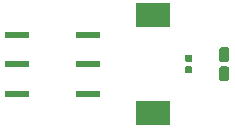
<source format=gtp>
G04 #@! TF.GenerationSoftware,KiCad,Pcbnew,5.1.5-52549c5~84~ubuntu18.04.1*
G04 #@! TF.CreationDate,2020-03-10T15:08:55+05:30*
G04 #@! TF.ProjectId,scale_ltc6915,7363616c-655f-46c7-9463-363931352e6b,rev?*
G04 #@! TF.SameCoordinates,Original*
G04 #@! TF.FileFunction,Paste,Top*
G04 #@! TF.FilePolarity,Positive*
%FSLAX46Y46*%
G04 Gerber Fmt 4.6, Leading zero omitted, Abs format (unit mm)*
G04 Created by KiCad (PCBNEW 5.1.5-52549c5~84~ubuntu18.04.1) date 2020-03-10 15:08:55*
%MOMM*%
%LPD*%
G04 APERTURE LIST*
%ADD10C,0.100000*%
%ADD11R,3.000000X2.000000*%
%ADD12R,2.000000X0.500000*%
G04 APERTURE END LIST*
D10*
G36*
X65186958Y-29220710D02*
G01*
X65201276Y-29222834D01*
X65215317Y-29226351D01*
X65228946Y-29231228D01*
X65242031Y-29237417D01*
X65254447Y-29244858D01*
X65266073Y-29253481D01*
X65276798Y-29263202D01*
X65286519Y-29273927D01*
X65295142Y-29285553D01*
X65302583Y-29297969D01*
X65308772Y-29311054D01*
X65313649Y-29324683D01*
X65317166Y-29338724D01*
X65319290Y-29353042D01*
X65320000Y-29367500D01*
X65320000Y-29662500D01*
X65319290Y-29676958D01*
X65317166Y-29691276D01*
X65313649Y-29705317D01*
X65308772Y-29718946D01*
X65302583Y-29732031D01*
X65295142Y-29744447D01*
X65286519Y-29756073D01*
X65276798Y-29766798D01*
X65266073Y-29776519D01*
X65254447Y-29785142D01*
X65242031Y-29792583D01*
X65228946Y-29798772D01*
X65215317Y-29803649D01*
X65201276Y-29807166D01*
X65186958Y-29809290D01*
X65172500Y-29810000D01*
X64827500Y-29810000D01*
X64813042Y-29809290D01*
X64798724Y-29807166D01*
X64784683Y-29803649D01*
X64771054Y-29798772D01*
X64757969Y-29792583D01*
X64745553Y-29785142D01*
X64733927Y-29776519D01*
X64723202Y-29766798D01*
X64713481Y-29756073D01*
X64704858Y-29744447D01*
X64697417Y-29732031D01*
X64691228Y-29718946D01*
X64686351Y-29705317D01*
X64682834Y-29691276D01*
X64680710Y-29676958D01*
X64680000Y-29662500D01*
X64680000Y-29367500D01*
X64680710Y-29353042D01*
X64682834Y-29338724D01*
X64686351Y-29324683D01*
X64691228Y-29311054D01*
X64697417Y-29297969D01*
X64704858Y-29285553D01*
X64713481Y-29273927D01*
X64723202Y-29263202D01*
X64733927Y-29253481D01*
X64745553Y-29244858D01*
X64757969Y-29237417D01*
X64771054Y-29231228D01*
X64784683Y-29226351D01*
X64798724Y-29222834D01*
X64813042Y-29220710D01*
X64827500Y-29220000D01*
X65172500Y-29220000D01*
X65186958Y-29220710D01*
G37*
G36*
X65186958Y-30190710D02*
G01*
X65201276Y-30192834D01*
X65215317Y-30196351D01*
X65228946Y-30201228D01*
X65242031Y-30207417D01*
X65254447Y-30214858D01*
X65266073Y-30223481D01*
X65276798Y-30233202D01*
X65286519Y-30243927D01*
X65295142Y-30255553D01*
X65302583Y-30267969D01*
X65308772Y-30281054D01*
X65313649Y-30294683D01*
X65317166Y-30308724D01*
X65319290Y-30323042D01*
X65320000Y-30337500D01*
X65320000Y-30632500D01*
X65319290Y-30646958D01*
X65317166Y-30661276D01*
X65313649Y-30675317D01*
X65308772Y-30688946D01*
X65302583Y-30702031D01*
X65295142Y-30714447D01*
X65286519Y-30726073D01*
X65276798Y-30736798D01*
X65266073Y-30746519D01*
X65254447Y-30755142D01*
X65242031Y-30762583D01*
X65228946Y-30768772D01*
X65215317Y-30773649D01*
X65201276Y-30777166D01*
X65186958Y-30779290D01*
X65172500Y-30780000D01*
X64827500Y-30780000D01*
X64813042Y-30779290D01*
X64798724Y-30777166D01*
X64784683Y-30773649D01*
X64771054Y-30768772D01*
X64757969Y-30762583D01*
X64745553Y-30755142D01*
X64733927Y-30746519D01*
X64723202Y-30736798D01*
X64713481Y-30726073D01*
X64704858Y-30714447D01*
X64697417Y-30702031D01*
X64691228Y-30688946D01*
X64686351Y-30675317D01*
X64682834Y-30661276D01*
X64680710Y-30646958D01*
X64680000Y-30632500D01*
X64680000Y-30337500D01*
X64680710Y-30323042D01*
X64682834Y-30308724D01*
X64686351Y-30294683D01*
X64691228Y-30281054D01*
X64697417Y-30267969D01*
X64704858Y-30255553D01*
X64713481Y-30243927D01*
X64723202Y-30233202D01*
X64733927Y-30223481D01*
X64745553Y-30214858D01*
X64757969Y-30207417D01*
X64771054Y-30201228D01*
X64784683Y-30196351D01*
X64798724Y-30192834D01*
X64813042Y-30190710D01*
X64827500Y-30190000D01*
X65172500Y-30190000D01*
X65186958Y-30190710D01*
G37*
G36*
X68233329Y-28576023D02*
G01*
X68253957Y-28579083D01*
X68274185Y-28584150D01*
X68293820Y-28591176D01*
X68312672Y-28600092D01*
X68330559Y-28610813D01*
X68347309Y-28623235D01*
X68362760Y-28637240D01*
X68376765Y-28652691D01*
X68389187Y-28669441D01*
X68399908Y-28687328D01*
X68408824Y-28706180D01*
X68415850Y-28725815D01*
X68420917Y-28746043D01*
X68423977Y-28766671D01*
X68425000Y-28787500D01*
X68425000Y-29587500D01*
X68423977Y-29608329D01*
X68420917Y-29628957D01*
X68415850Y-29649185D01*
X68408824Y-29668820D01*
X68399908Y-29687672D01*
X68389187Y-29705559D01*
X68376765Y-29722309D01*
X68362760Y-29737760D01*
X68347309Y-29751765D01*
X68330559Y-29764187D01*
X68312672Y-29774908D01*
X68293820Y-29783824D01*
X68274185Y-29790850D01*
X68253957Y-29795917D01*
X68233329Y-29798977D01*
X68212500Y-29800000D01*
X67787500Y-29800000D01*
X67766671Y-29798977D01*
X67746043Y-29795917D01*
X67725815Y-29790850D01*
X67706180Y-29783824D01*
X67687328Y-29774908D01*
X67669441Y-29764187D01*
X67652691Y-29751765D01*
X67637240Y-29737760D01*
X67623235Y-29722309D01*
X67610813Y-29705559D01*
X67600092Y-29687672D01*
X67591176Y-29668820D01*
X67584150Y-29649185D01*
X67579083Y-29628957D01*
X67576023Y-29608329D01*
X67575000Y-29587500D01*
X67575000Y-28787500D01*
X67576023Y-28766671D01*
X67579083Y-28746043D01*
X67584150Y-28725815D01*
X67591176Y-28706180D01*
X67600092Y-28687328D01*
X67610813Y-28669441D01*
X67623235Y-28652691D01*
X67637240Y-28637240D01*
X67652691Y-28623235D01*
X67669441Y-28610813D01*
X67687328Y-28600092D01*
X67706180Y-28591176D01*
X67725815Y-28584150D01*
X67746043Y-28579083D01*
X67766671Y-28576023D01*
X67787500Y-28575000D01*
X68212500Y-28575000D01*
X68233329Y-28576023D01*
G37*
G36*
X68233329Y-30201023D02*
G01*
X68253957Y-30204083D01*
X68274185Y-30209150D01*
X68293820Y-30216176D01*
X68312672Y-30225092D01*
X68330559Y-30235813D01*
X68347309Y-30248235D01*
X68362760Y-30262240D01*
X68376765Y-30277691D01*
X68389187Y-30294441D01*
X68399908Y-30312328D01*
X68408824Y-30331180D01*
X68415850Y-30350815D01*
X68420917Y-30371043D01*
X68423977Y-30391671D01*
X68425000Y-30412500D01*
X68425000Y-31212500D01*
X68423977Y-31233329D01*
X68420917Y-31253957D01*
X68415850Y-31274185D01*
X68408824Y-31293820D01*
X68399908Y-31312672D01*
X68389187Y-31330559D01*
X68376765Y-31347309D01*
X68362760Y-31362760D01*
X68347309Y-31376765D01*
X68330559Y-31389187D01*
X68312672Y-31399908D01*
X68293820Y-31408824D01*
X68274185Y-31415850D01*
X68253957Y-31420917D01*
X68233329Y-31423977D01*
X68212500Y-31425000D01*
X67787500Y-31425000D01*
X67766671Y-31423977D01*
X67746043Y-31420917D01*
X67725815Y-31415850D01*
X67706180Y-31408824D01*
X67687328Y-31399908D01*
X67669441Y-31389187D01*
X67652691Y-31376765D01*
X67637240Y-31362760D01*
X67623235Y-31347309D01*
X67610813Y-31330559D01*
X67600092Y-31312672D01*
X67591176Y-31293820D01*
X67584150Y-31274185D01*
X67579083Y-31253957D01*
X67576023Y-31233329D01*
X67575000Y-31212500D01*
X67575000Y-30412500D01*
X67576023Y-30391671D01*
X67579083Y-30371043D01*
X67584150Y-30350815D01*
X67591176Y-30331180D01*
X67600092Y-30312328D01*
X67610813Y-30294441D01*
X67623235Y-30277691D01*
X67637240Y-30262240D01*
X67652691Y-30248235D01*
X67669441Y-30235813D01*
X67687328Y-30225092D01*
X67706180Y-30216176D01*
X67725815Y-30209150D01*
X67746043Y-30204083D01*
X67766671Y-30201023D01*
X67787500Y-30200000D01*
X68212500Y-30200000D01*
X68233329Y-30201023D01*
G37*
D11*
X62000000Y-25850000D03*
X61950000Y-34150000D03*
D12*
X56500000Y-32500000D03*
X56500000Y-30000000D03*
X56500000Y-27500000D03*
X50500000Y-27500000D03*
X50500000Y-29950000D03*
X50500000Y-32500000D03*
M02*

</source>
